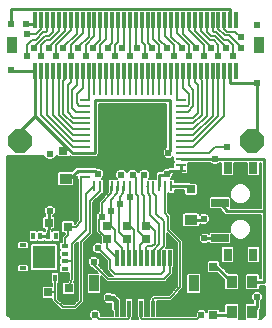
<source format=gtl>
G75*
%MOIN*%
%OFA0B0*%
%FSLAX24Y24*%
%IPPOS*%
%LPD*%
%AMOC8*
5,1,8,0,0,1.08239X$1,22.5*
%
%ADD10R,0.0768X0.0768*%
%ADD11R,0.0240X0.0120*%
%ADD12R,0.0120X0.0240*%
%ADD13R,0.0354X0.0098*%
%ADD14R,0.0098X0.0354*%
%ADD15R,0.1890X0.1890*%
%ADD16R,0.0300X0.0270*%
%ADD17R,0.0270X0.0300*%
%ADD18R,0.0420X0.0350*%
%ADD19R,0.0350X0.0420*%
%ADD20R,0.0118X0.0531*%
%ADD21R,0.0335X0.0551*%
%ADD22R,0.0591X0.0276*%
%ADD23R,0.0315X0.0394*%
%ADD24C,0.0100*%
%ADD25C,0.0240*%
%ADD26OC8,0.0768*%
%ADD27C,0.0050*%
%ADD28C,0.0160*%
%ADD29C,0.0060*%
D10*
X001605Y002430D03*
D11*
X000906Y002312D03*
X000906Y002056D03*
X000906Y002568D03*
X000906Y002824D03*
X002304Y002804D03*
X002304Y002548D03*
X002304Y002292D03*
X002304Y002036D03*
D12*
X001979Y001731D03*
X001723Y001731D03*
X001467Y001731D03*
X001211Y001731D03*
X001231Y003129D03*
X001487Y003129D03*
X001743Y003129D03*
X001999Y003129D03*
D13*
X002971Y005115D03*
X002971Y005312D03*
X002971Y005509D03*
X002971Y005706D03*
X002971Y005903D03*
X002971Y006099D03*
X002971Y006296D03*
X002971Y006493D03*
X002971Y006690D03*
X002971Y006887D03*
X002971Y007084D03*
X002971Y007281D03*
X002971Y007477D03*
X002971Y007674D03*
X006160Y007674D03*
X006160Y007477D03*
X006160Y007281D03*
X006160Y007084D03*
X006160Y006887D03*
X006160Y006690D03*
X006160Y006493D03*
X006160Y006296D03*
X006160Y006099D03*
X006160Y005903D03*
X006160Y005706D03*
X006160Y005509D03*
X006160Y005312D03*
X006160Y005115D03*
D14*
X005845Y004800D03*
X005648Y004800D03*
X005451Y004800D03*
X005254Y004800D03*
X005057Y004800D03*
X004861Y004800D03*
X004664Y004800D03*
X004467Y004800D03*
X004270Y004800D03*
X004073Y004800D03*
X003876Y004800D03*
X003679Y004800D03*
X003483Y004800D03*
X003286Y004800D03*
X003286Y007989D03*
X003483Y007989D03*
X003679Y007989D03*
X003876Y007989D03*
X004073Y007989D03*
X004270Y007989D03*
X004467Y007989D03*
X004664Y007989D03*
X004861Y007989D03*
X005057Y007989D03*
X005254Y007989D03*
X005451Y007989D03*
X005648Y007989D03*
X005845Y007989D03*
D15*
X004565Y006395D03*
D16*
X006505Y004690D03*
X006505Y004270D03*
X005018Y003465D03*
X005018Y003045D03*
X004368Y003045D03*
X004368Y003465D03*
X003718Y003465D03*
X003718Y003045D03*
X002405Y003445D03*
X002405Y003865D03*
X002255Y005545D03*
X002255Y005965D03*
X002430Y001390D03*
X002430Y000970D03*
X007255Y000915D03*
X007255Y000495D03*
X007255Y001695D03*
X007255Y002115D03*
D17*
X001740Y001255D03*
X001320Y001255D03*
X001345Y003580D03*
X001765Y003580D03*
D18*
X002330Y004365D03*
X002330Y005045D03*
X006505Y003670D03*
X006505Y002990D03*
D19*
X007865Y001605D03*
X008545Y001605D03*
X008545Y000605D03*
X007865Y000605D03*
D20*
X005818Y000718D03*
X005621Y000718D03*
X005424Y000718D03*
X005227Y000718D03*
X005030Y000718D03*
X004833Y000718D03*
X004636Y000718D03*
X004440Y000718D03*
X004243Y000718D03*
X004046Y000718D03*
X004046Y002392D03*
X004243Y002392D03*
X004440Y002392D03*
X004636Y002392D03*
X004833Y002392D03*
X005030Y002392D03*
X005227Y002392D03*
X005424Y002392D03*
X005621Y002392D03*
X005818Y002392D03*
X005845Y008651D03*
X006042Y008651D03*
X006238Y008651D03*
X006435Y008651D03*
X006632Y008651D03*
X006829Y008651D03*
X007026Y008651D03*
X007223Y008651D03*
X007420Y008651D03*
X007616Y008651D03*
X007813Y008651D03*
X008010Y008651D03*
X008010Y010325D03*
X007813Y010325D03*
X007616Y010325D03*
X007420Y010325D03*
X007223Y010325D03*
X007026Y010325D03*
X006829Y010325D03*
X006632Y010325D03*
X006435Y010325D03*
X006238Y010325D03*
X006042Y010325D03*
X005845Y010325D03*
X005648Y010325D03*
X005451Y010325D03*
X005254Y010325D03*
X005057Y010325D03*
X004860Y010325D03*
X004664Y010325D03*
X004467Y010325D03*
X004270Y010325D03*
X004073Y010325D03*
X003876Y010325D03*
X003679Y010325D03*
X003483Y010325D03*
X003286Y010325D03*
X003089Y010325D03*
X002892Y010325D03*
X002695Y010325D03*
X002498Y010325D03*
X002301Y010325D03*
X002105Y010325D03*
X001908Y010325D03*
X001711Y010325D03*
X001514Y010325D03*
X001317Y010325D03*
X001317Y008651D03*
X001514Y008651D03*
X001711Y008651D03*
X001908Y008651D03*
X002105Y008651D03*
X002301Y008651D03*
X002498Y008651D03*
X002695Y008651D03*
X002892Y008651D03*
X003089Y008651D03*
X003286Y008651D03*
X003483Y008651D03*
X003679Y008651D03*
X003876Y008651D03*
X004073Y008651D03*
X004270Y008651D03*
X004467Y008651D03*
X004664Y008651D03*
X004860Y008651D03*
X005057Y008651D03*
X005254Y008651D03*
X005451Y008651D03*
X005648Y008651D03*
D21*
X008788Y009488D03*
X006595Y001555D03*
X003268Y001555D03*
X000540Y009488D03*
D22*
X007466Y004841D03*
X007466Y004250D03*
X007466Y003069D03*
D23*
X007722Y002518D03*
X008588Y002518D03*
X008588Y005392D03*
X007722Y005392D03*
D24*
X007304Y005705D02*
X008955Y005705D01*
X008955Y003955D01*
X008955Y001605D01*
X008545Y001605D01*
X008705Y001105D02*
X008705Y000765D01*
X008545Y000605D01*
X007865Y000605D02*
X007755Y000495D01*
X007255Y000495D01*
X007255Y000915D02*
X007255Y001305D01*
X007865Y001605D02*
X007355Y002115D01*
X007255Y002115D01*
X007452Y003055D02*
X006955Y003055D01*
X007452Y003055D02*
X007466Y003069D01*
X006895Y003670D02*
X006930Y003705D01*
X006895Y003670D02*
X006505Y003670D01*
X006505Y004690D02*
X006503Y004709D01*
X006498Y004728D01*
X006490Y004745D01*
X006479Y004761D01*
X006466Y004774D01*
X006450Y004785D01*
X006433Y004793D01*
X006414Y004798D01*
X006395Y004800D01*
X005845Y004800D01*
X005679Y005179D02*
X005705Y005205D01*
X005812Y005312D01*
X006160Y005312D01*
X006160Y005509D01*
X006156Y005505D01*
X006160Y005706D02*
X007304Y005706D01*
X007466Y004250D02*
X007705Y003955D01*
X008955Y003955D01*
X008555Y006305D02*
X008705Y006455D01*
X008705Y008229D01*
X008712Y008229D01*
X008705Y008229D02*
X007811Y008229D01*
X007811Y008651D01*
X007813Y008651D01*
X007813Y010325D02*
X007813Y010709D01*
X000505Y010709D01*
X000505Y010205D01*
X001020Y010217D02*
X001317Y010217D01*
X001317Y010325D01*
X001317Y008651D02*
X000555Y008651D01*
X000505Y008655D01*
X001317Y008651D02*
X001317Y007143D01*
X000805Y006631D01*
X000805Y006305D01*
X001317Y007143D02*
X002380Y006080D01*
X002265Y005965D01*
X002255Y005965D01*
X002380Y006080D02*
X002557Y005903D01*
X002971Y005903D01*
X002973Y005905D01*
X003305Y005905D01*
X003305Y007655D01*
X005805Y007655D01*
X005805Y005955D01*
X005755Y005905D01*
X005679Y005179D02*
X005451Y005179D01*
X005451Y004800D01*
X003405Y005205D02*
X003298Y005312D01*
X002971Y005312D01*
X002722Y005312D01*
X002455Y005045D01*
X002330Y005045D01*
X002291Y005509D02*
X002971Y005509D01*
X002971Y005706D01*
X002291Y005509D02*
X002255Y005545D01*
X002195Y005505D01*
X001805Y003980D02*
X001765Y003940D01*
X001765Y003580D01*
X001743Y003129D01*
X001487Y003129D01*
D25*
X000705Y003280D03*
X000705Y004205D03*
X001205Y004705D03*
X000705Y005205D03*
X001705Y005205D03*
X001805Y005855D03*
X001805Y003980D03*
X003268Y002280D03*
X003405Y002730D03*
X003543Y003780D03*
X003843Y003980D03*
X004143Y004205D03*
X004468Y004430D03*
X004568Y005180D03*
X004943Y005180D03*
X005705Y005205D03*
X005755Y005905D03*
X007305Y005705D03*
X007230Y005305D03*
X007705Y006105D03*
X008705Y004605D03*
X008705Y003605D03*
X007505Y003605D03*
X006955Y003055D03*
X006855Y002630D03*
X006930Y003705D03*
X005455Y001380D03*
X006355Y000930D03*
X006855Y000505D03*
X008705Y001105D03*
X004455Y001380D03*
X003755Y001080D03*
X003305Y000505D03*
X002780Y000605D03*
X001705Y000605D03*
X000705Y000605D03*
X000705Y001605D03*
X003405Y005205D03*
X004180Y005180D03*
X003975Y009140D03*
X004221Y009411D03*
X004467Y009140D03*
X004713Y009411D03*
X004959Y009140D03*
X005205Y009411D03*
X005451Y009140D03*
X005697Y009411D03*
X005943Y009140D03*
X006189Y009411D03*
X006435Y009140D03*
X006681Y009411D03*
X006927Y009140D03*
X007174Y009411D03*
X007420Y009140D03*
X007666Y009411D03*
X007912Y009140D03*
X008158Y009411D03*
X008158Y009780D03*
X008712Y010177D03*
X008705Y008229D03*
X003729Y009411D03*
X003483Y009140D03*
X003236Y009411D03*
X002990Y009140D03*
X002744Y009411D03*
X002498Y009140D03*
X002252Y009411D03*
X002006Y009140D03*
X001760Y009411D03*
X001514Y009140D03*
X001268Y009411D03*
X001022Y009140D03*
X000505Y008655D03*
X001032Y009864D03*
X001020Y010217D03*
X000505Y010205D03*
D26*
X000805Y006305D03*
X008555Y006305D03*
D27*
X003112Y000423D02*
X000460Y000423D01*
X000411Y000471D02*
X003110Y000471D01*
X003110Y000424D02*
X003179Y000355D01*
X000527Y000355D01*
X000380Y000502D01*
X000380Y005805D01*
X001610Y005805D01*
X001610Y005774D01*
X001724Y005660D01*
X001886Y005660D01*
X002000Y005774D01*
X002000Y005805D01*
X002030Y005805D01*
X002030Y005799D01*
X002074Y005755D01*
X002436Y005755D01*
X002480Y005799D01*
X002480Y005803D01*
X002506Y005778D01*
X003023Y005778D01*
X003179Y005778D01*
X003181Y005780D01*
X003357Y005780D01*
X003382Y005805D01*
X003405Y005805D01*
X003405Y005828D01*
X003430Y005853D01*
X003430Y007530D01*
X005680Y007530D01*
X005680Y006100D01*
X005674Y006100D01*
X005560Y005986D01*
X005560Y005824D01*
X005674Y005710D01*
X005836Y005710D01*
X005908Y005782D01*
X005908Y005626D01*
X005926Y005607D01*
X005908Y005589D01*
X005908Y005437D01*
X005760Y005437D01*
X005723Y005400D01*
X005624Y005400D01*
X005528Y005304D01*
X005399Y005304D01*
X005326Y005230D01*
X005326Y005052D01*
X005174Y005052D01*
X005156Y005034D01*
X005138Y005052D01*
X005091Y005052D01*
X005137Y005099D01*
X005137Y005261D01*
X005023Y005375D01*
X004862Y005375D01*
X004755Y005268D01*
X004648Y005375D01*
X004487Y005375D01*
X004374Y005262D01*
X004261Y005375D01*
X004099Y005375D01*
X003985Y005261D01*
X003985Y005099D01*
X004032Y005052D01*
X003993Y005052D01*
X003975Y005034D01*
X003957Y005052D01*
X003796Y005052D01*
X003752Y005009D01*
X003752Y004593D01*
X003501Y004342D01*
X003443Y004284D01*
X003443Y003956D01*
X003348Y003861D01*
X003348Y003699D01*
X003355Y003692D01*
X003355Y003266D01*
X003414Y003208D01*
X003493Y003129D01*
X003493Y002918D01*
X003486Y002925D01*
X003324Y002925D01*
X003210Y002811D01*
X003210Y002649D01*
X003324Y002535D01*
X003459Y002535D01*
X003705Y002289D01*
X003705Y001989D01*
X003880Y001814D01*
X003889Y001805D01*
X003784Y001805D01*
X003426Y002163D01*
X003462Y002199D01*
X003462Y002361D01*
X003348Y002475D01*
X003187Y002475D01*
X003073Y002361D01*
X003073Y002199D01*
X003187Y002085D01*
X003221Y002085D01*
X003400Y001906D01*
X003070Y001906D01*
X003026Y001862D01*
X003026Y001248D01*
X003070Y001204D01*
X003467Y001204D01*
X003511Y001248D01*
X003511Y001795D01*
X003701Y001605D01*
X005659Y001605D01*
X005717Y001664D01*
X005917Y001864D01*
X005917Y002061D01*
X005952Y002095D01*
X005952Y002688D01*
X005908Y002732D01*
X005727Y002732D01*
X005719Y002724D01*
X005711Y002732D01*
X005661Y002732D01*
X005692Y002764D01*
X005692Y003251D01*
X005714Y003230D01*
X006055Y002889D01*
X006055Y001471D01*
X005764Y001180D01*
X005239Y001180D01*
X005180Y001121D01*
X005127Y001068D01*
X005127Y001049D01*
X005093Y001015D01*
X005093Y000455D01*
X004967Y000455D01*
X004967Y001015D01*
X004923Y001059D01*
X004743Y001059D01*
X004699Y001015D01*
X004699Y000422D01*
X004733Y000388D01*
X004733Y000367D01*
X004745Y000355D01*
X004538Y000355D01*
X004540Y000356D01*
X004540Y000388D01*
X004574Y000422D01*
X004574Y001015D01*
X004530Y001059D01*
X004349Y001059D01*
X004305Y001015D01*
X004305Y000455D01*
X004180Y000455D01*
X004180Y001015D01*
X004160Y001035D01*
X004160Y001044D01*
X003969Y001235D01*
X003876Y001235D01*
X003836Y001275D01*
X003674Y001275D01*
X003560Y001161D01*
X003560Y000999D01*
X003674Y000885D01*
X003836Y000885D01*
X003850Y000899D01*
X003850Y000666D01*
X003912Y000604D01*
X003912Y000455D01*
X003500Y000455D01*
X003500Y000586D01*
X003386Y000700D01*
X003224Y000700D01*
X003110Y000586D01*
X003110Y000424D01*
X003160Y000374D02*
X000508Y000374D01*
X000380Y000520D02*
X003110Y000520D01*
X003110Y000568D02*
X000380Y000568D01*
X000380Y000617D02*
X003141Y000617D01*
X003189Y000665D02*
X002681Y000665D01*
X002671Y000655D02*
X002955Y000939D01*
X002955Y002889D01*
X003255Y003189D01*
X003255Y004264D01*
X003540Y004548D01*
X003563Y004548D01*
X003607Y004592D01*
X003607Y005009D01*
X003563Y005052D01*
X003528Y005052D01*
X003600Y005124D01*
X003600Y005286D01*
X003486Y005400D01*
X003387Y005400D01*
X003350Y005437D01*
X002670Y005437D01*
X002597Y005364D01*
X002528Y005295D01*
X002089Y005295D01*
X002045Y005251D01*
X002045Y004839D01*
X002089Y004795D01*
X002571Y004795D01*
X002615Y004839D01*
X002615Y005028D01*
X002719Y005132D01*
X002719Y005035D01*
X002755Y004999D01*
X002755Y003661D01*
X002639Y003545D01*
X002630Y003545D01*
X002630Y003611D01*
X002586Y003655D01*
X002224Y003655D01*
X002180Y003611D01*
X002180Y003279D01*
X002224Y003235D01*
X002305Y003235D01*
X002305Y003211D01*
X002204Y003110D01*
X002204Y002939D01*
X002153Y002939D01*
X002109Y002895D01*
X002109Y002713D01*
X002146Y002676D01*
X002109Y002639D01*
X002109Y002457D01*
X002146Y002420D01*
X002109Y002383D01*
X002109Y002201D01*
X002146Y002164D01*
X002109Y002127D01*
X002109Y001945D01*
X002153Y001901D01*
X002455Y001901D01*
X002455Y001901D01*
X002455Y001757D01*
X002399Y001600D01*
X002249Y001600D01*
X002205Y001556D01*
X002205Y001224D01*
X002249Y001180D01*
X002611Y001180D01*
X002655Y001224D01*
X002655Y001556D01*
X002611Y001600D01*
X002642Y001685D01*
X002655Y001699D01*
X002655Y001723D01*
X002663Y001745D01*
X002655Y001762D01*
X002655Y002839D01*
X002755Y002939D01*
X002755Y001021D01*
X002589Y000855D01*
X002271Y000855D01*
X002079Y001047D01*
X002079Y001545D01*
X002114Y001580D01*
X002114Y001882D01*
X002070Y001926D01*
X001888Y001926D01*
X001844Y001882D01*
X001844Y001580D01*
X001879Y001545D01*
X001879Y001480D01*
X001574Y001480D01*
X001530Y001436D01*
X001530Y001074D01*
X001574Y001030D01*
X001879Y001030D01*
X001879Y000965D01*
X002130Y000714D01*
X002189Y000655D01*
X002671Y000655D01*
X002730Y000714D02*
X003850Y000714D01*
X003850Y000762D02*
X002778Y000762D01*
X002827Y000811D02*
X003850Y000811D01*
X003850Y000859D02*
X002875Y000859D01*
X002924Y000908D02*
X003652Y000908D01*
X003603Y000956D02*
X002955Y000956D01*
X002955Y001005D02*
X003560Y001005D01*
X003560Y001053D02*
X002955Y001053D01*
X002955Y001102D02*
X003560Y001102D01*
X003560Y001150D02*
X002955Y001150D01*
X002955Y001199D02*
X003598Y001199D01*
X003646Y001247D02*
X003509Y001247D01*
X003511Y001296D02*
X005879Y001296D01*
X005928Y001344D02*
X003511Y001344D01*
X003511Y001393D02*
X005976Y001393D01*
X006025Y001441D02*
X003511Y001441D01*
X003511Y001490D02*
X006055Y001490D01*
X006055Y001538D02*
X003511Y001538D01*
X003511Y001587D02*
X006055Y001587D01*
X006055Y001635D02*
X005689Y001635D01*
X005737Y001684D02*
X006055Y001684D01*
X006055Y001732D02*
X005786Y001732D01*
X005834Y001781D02*
X006055Y001781D01*
X006055Y001829D02*
X005883Y001829D01*
X005917Y001878D02*
X006055Y001878D01*
X006055Y001926D02*
X005917Y001926D01*
X005917Y001975D02*
X006055Y001975D01*
X006055Y002023D02*
X005917Y002023D01*
X005928Y002072D02*
X006055Y002072D01*
X006055Y002120D02*
X005952Y002120D01*
X005952Y002169D02*
X006055Y002169D01*
X006055Y002217D02*
X005952Y002217D01*
X005952Y002266D02*
X006055Y002266D01*
X006055Y002314D02*
X005952Y002314D01*
X005952Y002363D02*
X006055Y002363D01*
X006055Y002411D02*
X005952Y002411D01*
X005952Y002460D02*
X006055Y002460D01*
X006055Y002508D02*
X005952Y002508D01*
X005952Y002557D02*
X006055Y002557D01*
X006055Y002605D02*
X005952Y002605D01*
X005952Y002654D02*
X006055Y002654D01*
X006055Y002702D02*
X005938Y002702D01*
X006055Y002751D02*
X005679Y002751D01*
X005692Y002799D02*
X006055Y002799D01*
X006055Y002848D02*
X005692Y002848D01*
X005692Y002896D02*
X006048Y002896D01*
X005999Y002945D02*
X005692Y002945D01*
X005692Y002993D02*
X005951Y002993D01*
X005902Y003042D02*
X005692Y003042D01*
X005692Y003090D02*
X005854Y003090D01*
X005805Y003139D02*
X005692Y003139D01*
X005692Y003187D02*
X005757Y003187D01*
X005708Y003236D02*
X005692Y003236D01*
X005755Y003330D02*
X005755Y003780D01*
X005648Y003887D01*
X005648Y004800D01*
X005748Y004565D02*
X005764Y004548D01*
X005925Y004548D01*
X005969Y004592D01*
X005969Y004675D01*
X006280Y004675D01*
X006280Y004524D01*
X006324Y004480D01*
X006686Y004480D01*
X006730Y004524D01*
X006730Y004856D01*
X006686Y004900D01*
X006502Y004900D01*
X006458Y004925D01*
X005969Y004925D01*
X005969Y005009D01*
X005925Y005052D01*
X005828Y005052D01*
X005900Y005124D01*
X005900Y005187D01*
X006212Y005187D01*
X006212Y005188D01*
X006368Y005188D01*
X006412Y005232D01*
X006412Y005392D01*
X006394Y005411D01*
X006412Y005429D01*
X006412Y005581D01*
X007153Y005581D01*
X007224Y005510D01*
X007386Y005510D01*
X007456Y005580D01*
X007489Y005580D01*
X007489Y005164D01*
X007533Y005120D01*
X007910Y005120D01*
X007954Y005164D01*
X007954Y005580D01*
X008356Y005580D01*
X008356Y005164D01*
X008400Y005120D01*
X008777Y005120D01*
X008821Y005164D01*
X008821Y005580D01*
X008830Y005580D01*
X008830Y004080D01*
X007835Y004080D01*
X007836Y004081D01*
X007836Y004395D01*
X007856Y004346D01*
X007956Y004247D01*
X008085Y004193D01*
X008225Y004193D01*
X008354Y004247D01*
X008454Y004346D01*
X008507Y004476D01*
X008507Y004616D01*
X008454Y004745D01*
X008354Y004844D01*
X008225Y004898D01*
X008085Y004898D01*
X007956Y004844D01*
X007856Y004745D01*
X007803Y004616D01*
X007803Y004476D01*
X007819Y004436D01*
X007792Y004463D01*
X007140Y004463D01*
X007096Y004419D01*
X007096Y004081D01*
X007140Y004037D01*
X007477Y004037D01*
X007580Y003911D01*
X007580Y003903D01*
X007612Y003871D01*
X007640Y003836D01*
X007648Y003835D01*
X007653Y003830D01*
X007698Y003830D01*
X007743Y003825D01*
X007749Y003830D01*
X008830Y003830D01*
X008830Y001730D01*
X008795Y001730D01*
X008795Y001846D01*
X008751Y001890D01*
X008339Y001890D01*
X008295Y001846D01*
X008295Y001364D01*
X008339Y001320D01*
X008751Y001320D01*
X008795Y001364D01*
X008795Y001480D01*
X008980Y001480D01*
X008980Y000502D01*
X008833Y000355D01*
X008786Y000355D01*
X008795Y000364D01*
X008795Y000678D01*
X008830Y000713D01*
X008830Y000954D01*
X008900Y001024D01*
X008900Y001186D01*
X008786Y001300D01*
X008624Y001300D01*
X008510Y001186D01*
X008510Y001024D01*
X008580Y000954D01*
X008580Y000890D01*
X008339Y000890D01*
X008295Y000846D01*
X008295Y000364D01*
X008304Y000355D01*
X008106Y000355D01*
X008115Y000364D01*
X008115Y000846D01*
X008071Y000890D01*
X007659Y000890D01*
X007615Y000846D01*
X007615Y000620D01*
X007480Y000620D01*
X007480Y000661D01*
X007436Y000705D01*
X007074Y000705D01*
X007030Y000661D01*
X007030Y000606D01*
X006936Y000700D01*
X006774Y000700D01*
X006660Y000586D01*
X006660Y000455D01*
X005361Y000455D01*
X005361Y000980D01*
X005846Y000980D01*
X005905Y001039D01*
X006255Y001389D01*
X006255Y002971D01*
X005855Y003371D01*
X005855Y003821D01*
X005748Y003929D01*
X005748Y004565D01*
X005748Y004545D02*
X006280Y004545D01*
X006280Y004594D02*
X005969Y004594D01*
X005969Y004642D02*
X006280Y004642D01*
X006307Y004497D02*
X005748Y004497D01*
X005748Y004448D02*
X007125Y004448D01*
X007096Y004400D02*
X005748Y004400D01*
X005748Y004351D02*
X007096Y004351D01*
X007096Y004303D02*
X005748Y004303D01*
X005748Y004254D02*
X007096Y004254D01*
X007096Y004206D02*
X005748Y004206D01*
X005748Y004157D02*
X007096Y004157D01*
X007096Y004109D02*
X005748Y004109D01*
X005748Y004060D02*
X007117Y004060D01*
X007011Y003900D02*
X006849Y003900D01*
X006790Y003841D01*
X006790Y003876D01*
X006746Y003920D01*
X006264Y003920D01*
X006220Y003876D01*
X006220Y003464D01*
X006264Y003420D01*
X006746Y003420D01*
X006790Y003464D01*
X006790Y003545D01*
X006814Y003545D01*
X006849Y003510D01*
X007011Y003510D01*
X007125Y003624D01*
X007125Y003786D01*
X007011Y003900D01*
X007045Y003866D02*
X007616Y003866D01*
X007577Y003915D02*
X006752Y003915D01*
X006790Y003866D02*
X006815Y003866D01*
X007093Y003818D02*
X008830Y003818D01*
X008830Y003769D02*
X007125Y003769D01*
X007125Y003721D02*
X008830Y003721D01*
X008830Y003672D02*
X008333Y003672D01*
X008354Y003663D02*
X008225Y003717D01*
X008085Y003717D01*
X007956Y003663D01*
X007856Y003564D01*
X007803Y003434D01*
X007803Y003294D01*
X007819Y003255D01*
X007792Y003282D01*
X007140Y003282D01*
X007096Y003238D01*
X007096Y003190D01*
X007036Y003250D01*
X006874Y003250D01*
X006760Y003136D01*
X006760Y002974D01*
X006874Y002860D01*
X007036Y002860D01*
X007096Y002920D01*
X007096Y002900D01*
X007140Y002856D01*
X007792Y002856D01*
X007836Y002900D01*
X007836Y003214D01*
X007856Y003165D01*
X007956Y003066D01*
X008085Y003012D01*
X008225Y003012D01*
X008354Y003066D01*
X008454Y003165D01*
X008507Y003294D01*
X008507Y003434D01*
X008454Y003564D01*
X008354Y003663D01*
X008394Y003624D02*
X008830Y003624D01*
X008830Y003575D02*
X008442Y003575D01*
X008469Y003527D02*
X008830Y003527D01*
X008830Y003478D02*
X008489Y003478D01*
X008507Y003430D02*
X008830Y003430D01*
X008830Y003381D02*
X008507Y003381D01*
X008507Y003333D02*
X008830Y003333D01*
X008830Y003284D02*
X008503Y003284D01*
X008483Y003236D02*
X008830Y003236D01*
X008830Y003187D02*
X008463Y003187D01*
X008427Y003139D02*
X008830Y003139D01*
X008830Y003090D02*
X008379Y003090D01*
X008296Y003042D02*
X008830Y003042D01*
X008830Y002993D02*
X007836Y002993D01*
X007836Y002945D02*
X008830Y002945D01*
X008830Y002896D02*
X007832Y002896D01*
X007910Y002790D02*
X007954Y002746D01*
X007954Y002290D01*
X007910Y002246D01*
X007533Y002246D01*
X007489Y002290D01*
X007489Y002746D01*
X007533Y002790D01*
X007910Y002790D01*
X007950Y002751D02*
X008360Y002751D01*
X008356Y002746D02*
X008356Y002290D01*
X008400Y002246D01*
X008777Y002246D01*
X008821Y002290D01*
X008821Y002746D01*
X008777Y002790D01*
X008400Y002790D01*
X008356Y002746D01*
X008356Y002702D02*
X007954Y002702D01*
X007954Y002654D02*
X008356Y002654D01*
X008356Y002605D02*
X007954Y002605D01*
X007954Y002557D02*
X008356Y002557D01*
X008356Y002508D02*
X007954Y002508D01*
X007954Y002460D02*
X008356Y002460D01*
X008356Y002411D02*
X007954Y002411D01*
X007954Y002363D02*
X008356Y002363D01*
X008356Y002314D02*
X007954Y002314D01*
X007930Y002266D02*
X008380Y002266D01*
X008326Y001878D02*
X008084Y001878D01*
X008071Y001890D02*
X008115Y001846D01*
X008115Y001364D01*
X008071Y001320D01*
X007659Y001320D01*
X007615Y001364D01*
X007615Y001678D01*
X007388Y001905D01*
X007074Y001905D01*
X007030Y001949D01*
X007030Y002281D01*
X007074Y002325D01*
X007436Y002325D01*
X007480Y002281D01*
X007480Y002167D01*
X007757Y001890D01*
X008071Y001890D01*
X008115Y001829D02*
X008295Y001829D01*
X008295Y001781D02*
X008115Y001781D01*
X008115Y001732D02*
X008295Y001732D01*
X008295Y001684D02*
X008115Y001684D01*
X008115Y001635D02*
X008295Y001635D01*
X008295Y001587D02*
X008115Y001587D01*
X008115Y001538D02*
X008295Y001538D01*
X008295Y001490D02*
X008115Y001490D01*
X008115Y001441D02*
X008295Y001441D01*
X008295Y001393D02*
X008115Y001393D01*
X008095Y001344D02*
X008315Y001344D01*
X008523Y001199D02*
X006065Y001199D01*
X006113Y001247D02*
X006354Y001247D01*
X006353Y001248D02*
X006397Y001204D01*
X006793Y001204D01*
X006837Y001248D01*
X006837Y001862D01*
X006793Y001906D01*
X006397Y001906D01*
X006353Y001862D01*
X006353Y001248D01*
X006353Y001296D02*
X006162Y001296D01*
X006210Y001344D02*
X006353Y001344D01*
X006353Y001393D02*
X006255Y001393D01*
X006255Y001441D02*
X006353Y001441D01*
X006353Y001490D02*
X006255Y001490D01*
X006255Y001538D02*
X006353Y001538D01*
X006353Y001587D02*
X006255Y001587D01*
X006255Y001635D02*
X006353Y001635D01*
X006353Y001684D02*
X006255Y001684D01*
X006255Y001732D02*
X006353Y001732D01*
X006353Y001781D02*
X006255Y001781D01*
X006255Y001829D02*
X006353Y001829D01*
X006369Y001878D02*
X006255Y001878D01*
X006255Y001926D02*
X007053Y001926D01*
X007030Y001975D02*
X006255Y001975D01*
X006255Y002023D02*
X007030Y002023D01*
X007030Y002072D02*
X006255Y002072D01*
X006255Y002120D02*
X007030Y002120D01*
X007030Y002169D02*
X006255Y002169D01*
X006255Y002217D02*
X007030Y002217D01*
X007030Y002266D02*
X006255Y002266D01*
X006255Y002314D02*
X007063Y002314D01*
X007447Y002314D02*
X007489Y002314D01*
X007489Y002363D02*
X006255Y002363D01*
X006255Y002411D02*
X007489Y002411D01*
X007489Y002460D02*
X006255Y002460D01*
X006255Y002508D02*
X007489Y002508D01*
X007489Y002557D02*
X006255Y002557D01*
X006255Y002605D02*
X007489Y002605D01*
X007489Y002654D02*
X006255Y002654D01*
X006255Y002702D02*
X007489Y002702D01*
X007494Y002751D02*
X006255Y002751D01*
X006255Y002799D02*
X008830Y002799D01*
X008830Y002751D02*
X008816Y002751D01*
X008821Y002702D02*
X008830Y002702D01*
X008821Y002654D02*
X008830Y002654D01*
X008821Y002605D02*
X008830Y002605D01*
X008821Y002557D02*
X008830Y002557D01*
X008821Y002508D02*
X008830Y002508D01*
X008821Y002460D02*
X008830Y002460D01*
X008821Y002411D02*
X008830Y002411D01*
X008821Y002363D02*
X008830Y002363D01*
X008821Y002314D02*
X008830Y002314D01*
X008830Y002266D02*
X008796Y002266D01*
X008830Y002217D02*
X007480Y002217D01*
X007480Y002169D02*
X008830Y002169D01*
X008830Y002120D02*
X007527Y002120D01*
X007575Y002072D02*
X008830Y002072D01*
X008830Y002023D02*
X007624Y002023D01*
X007672Y001975D02*
X008830Y001975D01*
X008830Y001926D02*
X007721Y001926D01*
X007561Y001732D02*
X006837Y001732D01*
X006837Y001684D02*
X007610Y001684D01*
X007615Y001635D02*
X006837Y001635D01*
X006837Y001587D02*
X007615Y001587D01*
X007615Y001538D02*
X006837Y001538D01*
X006837Y001490D02*
X007615Y001490D01*
X007615Y001441D02*
X006837Y001441D01*
X006837Y001393D02*
X007615Y001393D01*
X007635Y001344D02*
X006837Y001344D01*
X006837Y001296D02*
X008620Y001296D01*
X008571Y001247D02*
X006836Y001247D01*
X006837Y001781D02*
X007513Y001781D01*
X007464Y001829D02*
X006837Y001829D01*
X006822Y001878D02*
X007416Y001878D01*
X007480Y002266D02*
X007514Y002266D01*
X007100Y002896D02*
X007072Y002896D01*
X006838Y002896D02*
X006255Y002896D01*
X006255Y002848D02*
X008830Y002848D01*
X008014Y003042D02*
X007836Y003042D01*
X007836Y003090D02*
X007931Y003090D01*
X007883Y003139D02*
X007836Y003139D01*
X007836Y003187D02*
X007847Y003187D01*
X007807Y003284D02*
X005942Y003284D01*
X005894Y003333D02*
X007803Y003333D01*
X007803Y003381D02*
X005855Y003381D01*
X005855Y003430D02*
X006254Y003430D01*
X006220Y003478D02*
X005855Y003478D01*
X005855Y003527D02*
X006220Y003527D01*
X006220Y003575D02*
X005855Y003575D01*
X005855Y003624D02*
X006220Y003624D01*
X006220Y003672D02*
X005855Y003672D01*
X005855Y003721D02*
X006220Y003721D01*
X006220Y003769D02*
X005855Y003769D01*
X005855Y003818D02*
X006220Y003818D01*
X006220Y003866D02*
X005810Y003866D01*
X005762Y003915D02*
X006258Y003915D01*
X005748Y003963D02*
X007538Y003963D01*
X007498Y004012D02*
X005748Y004012D01*
X005593Y003643D02*
X005593Y002805D01*
X005424Y002636D01*
X005424Y002392D01*
X005621Y002392D02*
X005621Y001958D01*
X005518Y001855D01*
X003980Y001855D01*
X003805Y002030D01*
X003805Y002330D01*
X003405Y002730D01*
X003254Y002605D02*
X002955Y002605D01*
X002955Y002557D02*
X003303Y002557D01*
X003364Y002460D02*
X003534Y002460D01*
X003486Y002508D02*
X002955Y002508D01*
X002955Y002460D02*
X003171Y002460D01*
X003123Y002411D02*
X002955Y002411D01*
X002955Y002363D02*
X003074Y002363D01*
X003073Y002314D02*
X002955Y002314D01*
X002955Y002266D02*
X003073Y002266D01*
X003073Y002217D02*
X002955Y002217D01*
X002955Y002169D02*
X003103Y002169D01*
X003152Y002120D02*
X002955Y002120D01*
X002955Y002072D02*
X003235Y002072D01*
X003283Y002023D02*
X002955Y002023D01*
X002955Y001975D02*
X003332Y001975D01*
X003380Y001926D02*
X002955Y001926D01*
X002955Y001878D02*
X003042Y001878D01*
X003026Y001829D02*
X002955Y001829D01*
X002955Y001781D02*
X003026Y001781D01*
X003026Y001732D02*
X002955Y001732D01*
X002955Y001684D02*
X003026Y001684D01*
X003026Y001635D02*
X002955Y001635D01*
X002955Y001587D02*
X003026Y001587D01*
X003026Y001538D02*
X002955Y001538D01*
X002955Y001490D02*
X003026Y001490D01*
X003026Y001441D02*
X002955Y001441D01*
X002955Y001393D02*
X003026Y001393D01*
X003026Y001344D02*
X002955Y001344D01*
X002955Y001296D02*
X003026Y001296D01*
X003027Y001247D02*
X002955Y001247D01*
X002755Y001247D02*
X002655Y001247D01*
X002655Y001296D02*
X002755Y001296D01*
X002755Y001344D02*
X002655Y001344D01*
X002655Y001393D02*
X002755Y001393D01*
X002755Y001441D02*
X002655Y001441D01*
X002655Y001490D02*
X002755Y001490D01*
X002755Y001538D02*
X002655Y001538D01*
X002625Y001587D02*
X002755Y001587D01*
X002755Y001635D02*
X002624Y001635D01*
X002641Y001684D02*
X002755Y001684D01*
X002755Y001732D02*
X002658Y001732D01*
X002655Y001781D02*
X002755Y001781D01*
X002755Y001829D02*
X002655Y001829D01*
X002655Y001878D02*
X002755Y001878D01*
X002755Y001926D02*
X002655Y001926D01*
X002655Y001975D02*
X002755Y001975D01*
X002755Y002023D02*
X002655Y002023D01*
X002655Y002072D02*
X002755Y002072D01*
X002755Y002120D02*
X002655Y002120D01*
X002655Y002169D02*
X002755Y002169D01*
X002755Y002217D02*
X002655Y002217D01*
X002655Y002266D02*
X002755Y002266D01*
X002755Y002314D02*
X002655Y002314D01*
X002655Y002363D02*
X002755Y002363D01*
X002755Y002411D02*
X002655Y002411D01*
X002655Y002460D02*
X002755Y002460D01*
X002755Y002508D02*
X002655Y002508D01*
X002655Y002557D02*
X002755Y002557D01*
X002755Y002605D02*
X002655Y002605D01*
X002655Y002654D02*
X002755Y002654D01*
X002755Y002702D02*
X002655Y002702D01*
X002655Y002751D02*
X002755Y002751D01*
X002755Y002799D02*
X002655Y002799D01*
X002664Y002848D02*
X002755Y002848D01*
X002755Y002896D02*
X002712Y002896D01*
X002855Y002930D02*
X003155Y003230D01*
X003155Y004305D01*
X003483Y004633D01*
X003483Y004800D01*
X003607Y004788D02*
X003752Y004788D01*
X003752Y004836D02*
X003607Y004836D01*
X003607Y004885D02*
X003752Y004885D01*
X003752Y004933D02*
X003607Y004933D01*
X003607Y004982D02*
X003752Y004982D01*
X003774Y005030D02*
X003585Y005030D01*
X003554Y005079D02*
X004006Y005079D01*
X003985Y005127D02*
X003600Y005127D01*
X003600Y005176D02*
X003985Y005176D01*
X003985Y005224D02*
X003600Y005224D01*
X003600Y005273D02*
X003997Y005273D01*
X004045Y005321D02*
X003565Y005321D01*
X003516Y005370D02*
X004094Y005370D01*
X004266Y005370D02*
X004481Y005370D01*
X004433Y005321D02*
X004315Y005321D01*
X004363Y005273D02*
X004384Y005273D01*
X004568Y005180D02*
X004664Y005084D01*
X004664Y004800D01*
X004664Y004546D01*
X004755Y004455D01*
X004755Y003293D01*
X005003Y003045D01*
X005018Y003045D02*
X004818Y002845D01*
X004818Y002357D01*
X005018Y002354D02*
X005018Y002755D01*
X005068Y002805D01*
X005218Y002805D01*
X005293Y002880D01*
X005293Y003305D01*
X005133Y003465D01*
X004955Y003528D02*
X004955Y004455D01*
X004861Y004549D01*
X004861Y004800D01*
X004861Y005098D01*
X004943Y005180D01*
X005117Y005079D02*
X005326Y005079D01*
X005326Y005127D02*
X005137Y005127D01*
X005137Y005176D02*
X005326Y005176D01*
X005326Y005224D02*
X005137Y005224D01*
X005126Y005273D02*
X005368Y005273D01*
X005545Y005321D02*
X005077Y005321D01*
X005029Y005370D02*
X005594Y005370D01*
X005741Y005418D02*
X003369Y005418D01*
X003405Y005806D02*
X005578Y005806D01*
X005560Y005855D02*
X003430Y005855D01*
X003430Y005903D02*
X005560Y005903D01*
X005560Y005952D02*
X003430Y005952D01*
X003430Y006000D02*
X005574Y006000D01*
X005623Y006049D02*
X003430Y006049D01*
X003430Y006097D02*
X005671Y006097D01*
X005680Y006146D02*
X003430Y006146D01*
X003430Y006194D02*
X005680Y006194D01*
X005680Y006243D02*
X003430Y006243D01*
X003430Y006291D02*
X005680Y006291D01*
X005680Y006340D02*
X003430Y006340D01*
X003430Y006388D02*
X005680Y006388D01*
X005680Y006437D02*
X003430Y006437D01*
X003430Y006485D02*
X005680Y006485D01*
X005680Y006534D02*
X003430Y006534D01*
X003430Y006582D02*
X005680Y006582D01*
X005680Y006631D02*
X003430Y006631D01*
X003430Y006679D02*
X005680Y006679D01*
X005680Y006728D02*
X003430Y006728D01*
X003430Y006776D02*
X005680Y006776D01*
X005680Y006825D02*
X003430Y006825D01*
X003430Y006873D02*
X005680Y006873D01*
X005680Y006922D02*
X003430Y006922D01*
X003430Y006970D02*
X005680Y006970D01*
X005680Y007019D02*
X003430Y007019D01*
X003430Y007067D02*
X005680Y007067D01*
X005680Y007116D02*
X003430Y007116D01*
X003430Y007164D02*
X005680Y007164D01*
X005680Y007213D02*
X003430Y007213D01*
X003430Y007261D02*
X005680Y007261D01*
X005680Y007310D02*
X003430Y007310D01*
X003430Y007358D02*
X005680Y007358D01*
X005680Y007407D02*
X003430Y007407D01*
X003430Y007455D02*
X005680Y007455D01*
X005680Y007504D02*
X003430Y007504D01*
X003089Y007674D02*
X003089Y008651D01*
X003286Y008651D02*
X003286Y007989D01*
X003483Y007989D02*
X003483Y008651D01*
X003679Y008651D02*
X003679Y007989D01*
X003876Y007989D02*
X003876Y008651D01*
X004073Y008651D02*
X004073Y007989D01*
X004270Y007989D02*
X004270Y008651D01*
X004467Y008651D02*
X004467Y008351D01*
X004467Y007989D01*
X004664Y007989D02*
X004664Y008651D01*
X004861Y008651D02*
X004861Y007989D01*
X005057Y007989D02*
X005057Y008651D01*
X005254Y008651D02*
X005254Y008226D01*
X005254Y007989D01*
X005451Y007989D02*
X005451Y008651D01*
X005648Y008651D02*
X005648Y007989D01*
X005845Y007989D02*
X005845Y008651D01*
X006042Y008651D02*
X006042Y007674D01*
X006160Y007477D02*
X006390Y007477D01*
X006453Y007540D01*
X006453Y007854D01*
X006238Y008068D01*
X006238Y008651D01*
X006435Y008651D02*
X006435Y008166D01*
X006583Y008019D01*
X006583Y007474D01*
X006390Y007281D01*
X006160Y007281D01*
X006160Y007084D02*
X006587Y007084D01*
X006731Y007227D01*
X006731Y008166D01*
X006632Y008265D01*
X006829Y008363D02*
X006829Y008651D01*
X007026Y008651D02*
X007026Y007129D01*
X006587Y006690D01*
X006160Y006690D01*
X006160Y006493D02*
X006587Y006493D01*
X007223Y007129D01*
X007223Y008651D01*
X007420Y008651D02*
X007420Y007129D01*
X006587Y006296D01*
X006160Y006296D01*
X006160Y006099D02*
X006587Y006099D01*
X007616Y007129D01*
X007616Y008651D01*
X007420Y009140D02*
X007420Y009510D01*
X007272Y009657D01*
X007149Y009657D01*
X006829Y009977D01*
X006829Y010325D01*
X007026Y010325D02*
X007026Y009952D01*
X007174Y009805D01*
X007297Y009805D01*
X007666Y009436D01*
X007666Y009411D01*
X007912Y009510D02*
X007739Y009682D01*
X007592Y009682D01*
X007346Y009928D01*
X007272Y009928D01*
X007223Y009977D01*
X007223Y010325D01*
X007420Y010325D02*
X007420Y010041D01*
X007631Y009829D01*
X007764Y009829D01*
X008158Y009436D01*
X008158Y009411D01*
X007912Y009510D02*
X007912Y009140D01*
X008158Y009780D02*
X007986Y009952D01*
X007690Y009952D01*
X007616Y010026D01*
X007616Y010325D01*
X007174Y009436D02*
X007174Y009411D01*
X007174Y009436D02*
X006632Y009977D01*
X006632Y010325D01*
X006435Y010325D02*
X006435Y010002D01*
X006927Y009510D01*
X006927Y009140D01*
X006681Y009411D02*
X006681Y009436D01*
X006238Y009879D01*
X006238Y010325D01*
X006042Y010325D02*
X006042Y009903D01*
X006435Y009510D01*
X006435Y009140D01*
X006189Y009411D02*
X006189Y009436D01*
X005845Y009780D01*
X005845Y010325D01*
X005648Y010325D02*
X005648Y009805D01*
X005943Y009510D01*
X005943Y009140D01*
X005697Y009411D02*
X005697Y009436D01*
X005451Y009682D01*
X005451Y010325D01*
X005254Y010325D02*
X005254Y009706D01*
X005451Y009510D01*
X005451Y009140D01*
X005205Y009411D02*
X005205Y009436D01*
X005057Y009583D01*
X005057Y010325D01*
X004860Y010325D02*
X004860Y009608D01*
X004959Y009510D01*
X004959Y009140D01*
X004713Y009411D02*
X004664Y009460D01*
X004664Y010325D01*
X004467Y010325D02*
X004467Y009140D01*
X004467Y009140D01*
X004221Y009411D02*
X004270Y009460D01*
X004270Y010325D01*
X004073Y010325D02*
X004073Y009608D01*
X003975Y009510D01*
X003975Y009140D01*
X003729Y009411D02*
X003729Y009436D01*
X003876Y009583D01*
X003876Y010325D01*
X003679Y010325D02*
X003679Y009706D01*
X003483Y009510D01*
X003483Y009140D01*
X003236Y009411D02*
X003236Y009436D01*
X003483Y009682D01*
X003483Y010325D01*
X003286Y010325D02*
X003286Y009805D01*
X002990Y009510D01*
X002990Y009140D01*
X002744Y009411D02*
X002744Y009436D01*
X003089Y009780D01*
X003089Y010325D01*
X002892Y010325D02*
X002892Y009903D01*
X002498Y009510D01*
X002498Y009140D01*
X002252Y009411D02*
X002252Y009436D01*
X002695Y009879D01*
X002695Y010325D01*
X002498Y010325D02*
X002498Y010002D01*
X002006Y009510D01*
X002006Y009140D01*
X001760Y009411D02*
X001760Y009436D01*
X002301Y009977D01*
X002301Y010325D01*
X002105Y010325D02*
X002105Y009960D01*
X001802Y009657D01*
X001662Y009657D01*
X001514Y009510D01*
X001514Y009140D01*
X001268Y009411D02*
X001268Y009436D01*
X001637Y009805D01*
X001769Y009805D01*
X001908Y009944D01*
X001908Y010325D01*
X001711Y010325D02*
X001711Y009963D01*
X001676Y009928D01*
X001588Y009928D01*
X001342Y009682D01*
X001194Y009682D01*
X001022Y009510D01*
X001022Y009140D01*
X001514Y008651D02*
X001514Y007164D01*
X002578Y006099D01*
X002971Y006099D01*
X002971Y006296D02*
X002578Y006296D01*
X001711Y007164D01*
X001711Y007180D01*
X001711Y007180D01*
X001711Y007164D01*
X001711Y007180D02*
X001711Y008651D01*
X001908Y008651D02*
X001908Y007164D01*
X001908Y007164D01*
X002578Y006493D01*
X002971Y006493D01*
X002971Y006690D02*
X002578Y006690D01*
X002105Y007164D01*
X002105Y007164D01*
X002105Y008651D01*
X002301Y008651D02*
X002301Y008380D01*
X002301Y008380D01*
X002301Y008363D01*
X002301Y008380D01*
X002301Y008363D02*
X002252Y008314D01*
X002252Y007213D01*
X002578Y006887D01*
X002971Y006887D01*
X002971Y007084D02*
X002578Y007084D01*
X002400Y007262D01*
X002400Y008166D01*
X002498Y008265D01*
X002498Y008280D01*
X002498Y008280D01*
X002498Y008651D01*
X002695Y008651D02*
X002695Y008166D01*
X002548Y008019D01*
X002548Y007410D01*
X002677Y007281D01*
X002971Y007281D01*
X002971Y007477D02*
X002775Y007477D01*
X002695Y007557D01*
X002695Y007871D01*
X002892Y008068D01*
X002892Y008651D01*
X002498Y008280D02*
X002498Y008265D01*
X002695Y008166D02*
X002695Y008166D01*
X001336Y009864D02*
X001032Y009864D01*
X001336Y009864D02*
X001512Y010040D01*
X001512Y010322D01*
X001627Y005758D02*
X000380Y005758D01*
X000380Y005709D02*
X001675Y005709D01*
X001724Y005661D02*
X000380Y005661D01*
X000380Y005612D02*
X005921Y005612D01*
X005908Y005564D02*
X000380Y005564D01*
X000380Y005515D02*
X005908Y005515D01*
X005908Y005467D02*
X000380Y005467D01*
X000380Y005418D02*
X002651Y005418D01*
X002603Y005370D02*
X000380Y005370D01*
X000380Y005321D02*
X002554Y005321D01*
X002714Y005127D02*
X002719Y005127D01*
X002719Y005079D02*
X002665Y005079D01*
X002617Y005030D02*
X002724Y005030D01*
X002755Y004982D02*
X002615Y004982D01*
X002615Y004933D02*
X002755Y004933D01*
X002755Y004885D02*
X002615Y004885D01*
X002612Y004836D02*
X002755Y004836D01*
X002755Y004788D02*
X000380Y004788D01*
X000380Y004836D02*
X002048Y004836D01*
X002045Y004885D02*
X000380Y004885D01*
X000380Y004933D02*
X002045Y004933D01*
X002045Y004982D02*
X000380Y004982D01*
X000380Y005030D02*
X002045Y005030D01*
X002045Y005079D02*
X000380Y005079D01*
X000380Y005127D02*
X002045Y005127D01*
X002045Y005176D02*
X000380Y005176D01*
X000380Y005224D02*
X002045Y005224D01*
X002066Y005273D02*
X000380Y005273D01*
X000380Y004739D02*
X002755Y004739D01*
X002755Y004691D02*
X000380Y004691D01*
X000380Y004642D02*
X002755Y004642D01*
X002755Y004594D02*
X000380Y004594D01*
X000380Y004545D02*
X002755Y004545D01*
X002755Y004497D02*
X000380Y004497D01*
X000380Y004448D02*
X002755Y004448D01*
X002755Y004400D02*
X000380Y004400D01*
X000380Y004351D02*
X002755Y004351D01*
X002755Y004303D02*
X000380Y004303D01*
X000380Y004254D02*
X002755Y004254D01*
X002755Y004206D02*
X000380Y004206D01*
X000380Y004157D02*
X001706Y004157D01*
X001724Y004175D02*
X001610Y004061D01*
X001610Y003899D01*
X001640Y003869D01*
X001640Y003805D01*
X001599Y003805D01*
X001555Y003761D01*
X001555Y003399D01*
X001599Y003355D01*
X001629Y003355D01*
X001626Y003298D01*
X001615Y003287D01*
X001578Y003324D01*
X001396Y003324D01*
X001359Y003287D01*
X001322Y003324D01*
X001140Y003324D01*
X001096Y003280D01*
X001096Y002978D01*
X001140Y002934D01*
X001322Y002934D01*
X001359Y002971D01*
X001396Y002934D01*
X001578Y002934D01*
X001615Y002971D01*
X001652Y002934D01*
X001834Y002934D01*
X001871Y002971D01*
X001908Y002934D01*
X002090Y002934D01*
X002134Y002978D01*
X002134Y003280D01*
X002090Y003324D01*
X001908Y003324D01*
X001876Y003292D01*
X001879Y003355D01*
X001931Y003355D01*
X001975Y003399D01*
X001975Y003761D01*
X001931Y003805D01*
X001906Y003805D01*
X002000Y003899D01*
X002000Y004061D01*
X001886Y004175D01*
X001724Y004175D01*
X001658Y004109D02*
X000380Y004109D01*
X000380Y004060D02*
X001610Y004060D01*
X001610Y004012D02*
X000380Y004012D01*
X000380Y003963D02*
X001610Y003963D01*
X001610Y003915D02*
X000380Y003915D01*
X000380Y003866D02*
X001640Y003866D01*
X001640Y003818D02*
X000380Y003818D01*
X000380Y003769D02*
X001563Y003769D01*
X001555Y003721D02*
X000380Y003721D01*
X000380Y003672D02*
X001555Y003672D01*
X001555Y003624D02*
X000380Y003624D01*
X000380Y003575D02*
X001555Y003575D01*
X001555Y003527D02*
X000380Y003527D01*
X000380Y003478D02*
X001555Y003478D01*
X001555Y003430D02*
X000380Y003430D01*
X000380Y003381D02*
X001573Y003381D01*
X001628Y003333D02*
X000380Y003333D01*
X000380Y003284D02*
X001100Y003284D01*
X001096Y003236D02*
X000380Y003236D01*
X000380Y003187D02*
X001096Y003187D01*
X001096Y003139D02*
X000380Y003139D01*
X000380Y003090D02*
X001096Y003090D01*
X001096Y003042D02*
X000380Y003042D01*
X000380Y002993D02*
X001096Y002993D01*
X001057Y002959D02*
X000755Y002959D01*
X000711Y002915D01*
X000711Y002733D01*
X000755Y002689D01*
X001057Y002689D01*
X001101Y002733D01*
X001101Y002915D01*
X001057Y002959D01*
X001071Y002945D02*
X001129Y002945D01*
X001101Y002896D02*
X002110Y002896D01*
X002109Y002848D02*
X002061Y002848D01*
X002064Y002845D02*
X002020Y002889D01*
X001190Y002889D01*
X001146Y002845D01*
X001146Y002015D01*
X001190Y001971D01*
X002020Y001971D01*
X002064Y002015D01*
X002064Y002845D01*
X002064Y002799D02*
X002109Y002799D01*
X002109Y002751D02*
X002064Y002751D01*
X002064Y002702D02*
X002120Y002702D01*
X002123Y002654D02*
X002064Y002654D01*
X002064Y002605D02*
X002109Y002605D01*
X002109Y002557D02*
X002064Y002557D01*
X002064Y002508D02*
X002109Y002508D01*
X002109Y002460D02*
X002064Y002460D01*
X002064Y002411D02*
X002137Y002411D01*
X002109Y002363D02*
X002064Y002363D01*
X002064Y002314D02*
X002109Y002314D01*
X002109Y002266D02*
X002064Y002266D01*
X002064Y002217D02*
X002109Y002217D01*
X002141Y002169D02*
X002064Y002169D01*
X002064Y002120D02*
X002109Y002120D01*
X002109Y002072D02*
X002064Y002072D01*
X002064Y002023D02*
X002109Y002023D01*
X002109Y001975D02*
X002023Y001975D01*
X002070Y001926D02*
X002128Y001926D01*
X002114Y001878D02*
X002455Y001878D01*
X002455Y001829D02*
X002114Y001829D01*
X002114Y001781D02*
X002455Y001781D01*
X002446Y001732D02*
X002114Y001732D01*
X002114Y001684D02*
X002429Y001684D01*
X002411Y001635D02*
X002114Y001635D01*
X002114Y001587D02*
X002235Y001587D01*
X002205Y001538D02*
X002079Y001538D01*
X002079Y001490D02*
X002205Y001490D01*
X002205Y001441D02*
X002079Y001441D01*
X002079Y001393D02*
X002205Y001393D01*
X002205Y001344D02*
X002079Y001344D01*
X002079Y001296D02*
X002205Y001296D01*
X002205Y001247D02*
X002079Y001247D01*
X002079Y001199D02*
X002230Y001199D01*
X002122Y001005D02*
X002738Y001005D01*
X002755Y001053D02*
X002079Y001053D01*
X002079Y001102D02*
X002755Y001102D01*
X002755Y001150D02*
X002079Y001150D01*
X001979Y001255D02*
X001979Y001006D01*
X002230Y000755D01*
X002630Y000755D01*
X002855Y000980D01*
X002855Y002930D01*
X002962Y002896D02*
X003295Y002896D01*
X003247Y002848D02*
X002955Y002848D01*
X002955Y002799D02*
X003210Y002799D01*
X003210Y002751D02*
X002955Y002751D01*
X002955Y002702D02*
X003210Y002702D01*
X003210Y002654D02*
X002955Y002654D01*
X003011Y002945D02*
X003493Y002945D01*
X003493Y002993D02*
X003059Y002993D01*
X003108Y003042D02*
X003493Y003042D01*
X003493Y003090D02*
X003156Y003090D01*
X003205Y003139D02*
X003483Y003139D01*
X003434Y003187D02*
X003253Y003187D01*
X003255Y003236D02*
X003386Y003236D01*
X003355Y003284D02*
X003255Y003284D01*
X003255Y003333D02*
X003355Y003333D01*
X003355Y003381D02*
X003255Y003381D01*
X003255Y003430D02*
X003355Y003430D01*
X003355Y003478D02*
X003255Y003478D01*
X003255Y003527D02*
X003355Y003527D01*
X003355Y003575D02*
X003255Y003575D01*
X003255Y003624D02*
X003355Y003624D01*
X003355Y003672D02*
X003255Y003672D01*
X003255Y003721D02*
X003348Y003721D01*
X003348Y003769D02*
X003255Y003769D01*
X003255Y003818D02*
X003348Y003818D01*
X003353Y003866D02*
X003255Y003866D01*
X003255Y003915D02*
X003401Y003915D01*
X003443Y003963D02*
X003255Y003963D01*
X003255Y004012D02*
X003443Y004012D01*
X003443Y004060D02*
X003255Y004060D01*
X003255Y004109D02*
X003443Y004109D01*
X003443Y004157D02*
X003255Y004157D01*
X003255Y004206D02*
X003443Y004206D01*
X003443Y004254D02*
X003255Y004254D01*
X003294Y004303D02*
X003461Y004303D01*
X003510Y004351D02*
X003342Y004351D01*
X003391Y004400D02*
X003558Y004400D01*
X003607Y004448D02*
X003439Y004448D01*
X003488Y004497D02*
X003655Y004497D01*
X003704Y004545D02*
X003536Y004545D01*
X003607Y004594D02*
X003752Y004594D01*
X003752Y004642D02*
X003607Y004642D01*
X003607Y004691D02*
X003752Y004691D01*
X003752Y004739D02*
X003607Y004739D01*
X003855Y004800D02*
X003855Y004555D01*
X003543Y004243D01*
X003543Y003780D01*
X003530Y003780D01*
X003455Y003705D01*
X003455Y003308D01*
X003718Y003045D01*
X003718Y002720D01*
X004046Y002392D01*
X004218Y002367D02*
X004218Y002730D01*
X003968Y002980D01*
X003968Y003330D01*
X003833Y003465D01*
X003833Y003970D01*
X003843Y003980D01*
X003843Y004343D01*
X004055Y004555D01*
X004055Y004800D01*
X003876Y004800D02*
X003855Y004800D01*
X004143Y004443D02*
X004255Y004555D01*
X004255Y004800D01*
X004467Y004800D02*
X004468Y004800D01*
X004468Y004430D01*
X004483Y004440D01*
X004483Y003465D01*
X004618Y003330D01*
X004618Y002361D01*
X004418Y002364D02*
X004418Y003045D01*
X004353Y003045D02*
X004118Y003280D01*
X004118Y004180D01*
X004143Y004205D01*
X004143Y004443D01*
X004655Y005093D02*
X004568Y005180D01*
X004702Y005321D02*
X004808Y005321D01*
X004856Y005370D02*
X004654Y005370D01*
X004751Y005273D02*
X004759Y005273D01*
X005057Y004800D02*
X005057Y004553D01*
X005155Y004455D01*
X005155Y003830D01*
X005455Y003530D01*
X005455Y002868D01*
X005227Y002639D01*
X005227Y002392D01*
X005818Y002392D02*
X005818Y001905D01*
X005618Y001705D01*
X003743Y001705D01*
X003268Y002180D01*
X003268Y002280D01*
X003412Y002411D02*
X003583Y002411D01*
X003631Y002363D02*
X003461Y002363D01*
X003462Y002314D02*
X003680Y002314D01*
X003705Y002266D02*
X003462Y002266D01*
X003462Y002217D02*
X003705Y002217D01*
X003705Y002169D02*
X003432Y002169D01*
X003469Y002120D02*
X003705Y002120D01*
X003705Y002072D02*
X003517Y002072D01*
X003566Y002023D02*
X003705Y002023D01*
X003719Y001975D02*
X003614Y001975D01*
X003663Y001926D02*
X003768Y001926D01*
X003816Y001878D02*
X003711Y001878D01*
X003760Y001829D02*
X003865Y001829D01*
X003671Y001635D02*
X003511Y001635D01*
X003511Y001684D02*
X003623Y001684D01*
X003574Y001732D02*
X003511Y001732D01*
X003511Y001781D02*
X003526Y001781D01*
X003864Y001247D02*
X005831Y001247D01*
X005782Y001199D02*
X004006Y001199D01*
X004054Y001150D02*
X005209Y001150D01*
X005160Y001102D02*
X004103Y001102D01*
X004151Y001053D02*
X004343Y001053D01*
X004305Y001005D02*
X004180Y001005D01*
X004180Y000956D02*
X004305Y000956D01*
X004305Y000908D02*
X004180Y000908D01*
X004180Y000859D02*
X004305Y000859D01*
X004305Y000811D02*
X004180Y000811D01*
X004180Y000762D02*
X004305Y000762D01*
X004305Y000714D02*
X004180Y000714D01*
X004180Y000665D02*
X004305Y000665D01*
X004305Y000617D02*
X004180Y000617D01*
X004180Y000568D02*
X004305Y000568D01*
X004305Y000520D02*
X004180Y000520D01*
X004180Y000471D02*
X004305Y000471D01*
X004397Y000355D02*
X003455Y000355D01*
X003305Y000505D01*
X003500Y000520D02*
X003912Y000520D01*
X003912Y000568D02*
X003500Y000568D01*
X003469Y000617D02*
X003899Y000617D01*
X003851Y000665D02*
X003421Y000665D01*
X003500Y000471D02*
X003912Y000471D01*
X004397Y000355D02*
X004440Y000398D01*
X004440Y000718D01*
X004574Y000714D02*
X004699Y000714D01*
X004699Y000762D02*
X004574Y000762D01*
X004574Y000811D02*
X004699Y000811D01*
X004699Y000859D02*
X004574Y000859D01*
X004574Y000908D02*
X004699Y000908D01*
X004699Y000956D02*
X004574Y000956D01*
X004574Y001005D02*
X004699Y001005D01*
X004737Y001053D02*
X004536Y001053D01*
X004574Y000665D02*
X004699Y000665D01*
X004699Y000617D02*
X004574Y000617D01*
X004574Y000568D02*
X004699Y000568D01*
X004699Y000520D02*
X004574Y000520D01*
X004574Y000471D02*
X004699Y000471D01*
X004699Y000423D02*
X004574Y000423D01*
X004540Y000374D02*
X004733Y000374D01*
X004833Y000408D02*
X004886Y000355D01*
X006705Y000355D01*
X006855Y000505D01*
X007019Y000617D02*
X007030Y000617D01*
X007034Y000665D02*
X006971Y000665D01*
X006739Y000665D02*
X005361Y000665D01*
X005361Y000617D02*
X006691Y000617D01*
X006660Y000568D02*
X005361Y000568D01*
X005361Y000520D02*
X006660Y000520D01*
X006660Y000471D02*
X005361Y000471D01*
X005361Y000714D02*
X007615Y000714D01*
X007615Y000762D02*
X005361Y000762D01*
X005361Y000811D02*
X007615Y000811D01*
X007628Y000859D02*
X005361Y000859D01*
X005361Y000908D02*
X008580Y000908D01*
X008578Y000956D02*
X005361Y000956D01*
X005280Y001080D02*
X005805Y001080D01*
X006155Y001430D01*
X006155Y002930D01*
X005755Y003330D01*
X005593Y003643D02*
X005355Y003880D01*
X005355Y004455D01*
X005254Y004556D01*
X005254Y004800D01*
X005854Y005079D02*
X008830Y005079D01*
X008830Y005127D02*
X008783Y005127D01*
X008821Y005176D02*
X008830Y005176D01*
X008821Y005224D02*
X008830Y005224D01*
X008821Y005273D02*
X008830Y005273D01*
X008821Y005321D02*
X008830Y005321D01*
X008821Y005370D02*
X008830Y005370D01*
X008821Y005418D02*
X008830Y005418D01*
X008821Y005467D02*
X008830Y005467D01*
X008821Y005515D02*
X008830Y005515D01*
X008821Y005564D02*
X008830Y005564D01*
X008393Y005127D02*
X007917Y005127D01*
X007954Y005176D02*
X008356Y005176D01*
X008356Y005224D02*
X007954Y005224D01*
X007954Y005273D02*
X008356Y005273D01*
X008356Y005321D02*
X007954Y005321D01*
X007954Y005370D02*
X008356Y005370D01*
X008356Y005418D02*
X007954Y005418D01*
X007954Y005467D02*
X008356Y005467D01*
X008356Y005515D02*
X007954Y005515D01*
X007954Y005564D02*
X008356Y005564D01*
X008830Y005030D02*
X005947Y005030D01*
X005969Y004982D02*
X008830Y004982D01*
X008830Y004933D02*
X005969Y004933D01*
X005900Y005127D02*
X007527Y005127D01*
X007489Y005176D02*
X005900Y005176D01*
X005908Y005661D02*
X001886Y005661D01*
X001935Y005709D02*
X005908Y005709D01*
X005908Y005758D02*
X005883Y005758D01*
X005627Y005758D02*
X002439Y005758D01*
X002071Y005758D02*
X001983Y005758D01*
X002855Y005105D02*
X002855Y003620D01*
X002680Y003445D01*
X002405Y003445D01*
X002405Y003170D01*
X002304Y003069D01*
X002304Y002804D01*
X002204Y002945D02*
X002100Y002945D01*
X002134Y002993D02*
X002204Y002993D01*
X002204Y003042D02*
X002134Y003042D01*
X002134Y003090D02*
X002204Y003090D01*
X002232Y003139D02*
X002134Y003139D01*
X002134Y003187D02*
X002281Y003187D01*
X002223Y003236D02*
X002134Y003236D01*
X002130Y003284D02*
X002180Y003284D01*
X002180Y003333D02*
X001878Y003333D01*
X001957Y003381D02*
X002180Y003381D01*
X002180Y003430D02*
X001975Y003430D01*
X001975Y003478D02*
X002180Y003478D01*
X002180Y003527D02*
X001975Y003527D01*
X001975Y003575D02*
X002180Y003575D01*
X002192Y003624D02*
X001975Y003624D01*
X001975Y003672D02*
X002755Y003672D01*
X002755Y003721D02*
X001975Y003721D01*
X001967Y003769D02*
X002755Y003769D01*
X002755Y003818D02*
X001918Y003818D01*
X001967Y003866D02*
X002755Y003866D01*
X002755Y003915D02*
X002000Y003915D01*
X002000Y003963D02*
X002755Y003963D01*
X002755Y004012D02*
X002000Y004012D01*
X002000Y004060D02*
X002755Y004060D01*
X002755Y004109D02*
X001952Y004109D01*
X001904Y004157D02*
X002755Y004157D01*
X003005Y004520D02*
X003005Y003330D01*
X002555Y002880D01*
X002555Y002292D01*
X002304Y002292D01*
X002555Y002292D02*
X002555Y001740D01*
X002430Y001390D01*
X002630Y001199D02*
X002755Y001199D01*
X002690Y000956D02*
X002170Y000956D01*
X002219Y000908D02*
X002641Y000908D01*
X002593Y000859D02*
X002267Y000859D01*
X002130Y000714D02*
X000380Y000714D01*
X000380Y000762D02*
X002082Y000762D01*
X002033Y000811D02*
X000380Y000811D01*
X000380Y000859D02*
X001985Y000859D01*
X001936Y000908D02*
X000380Y000908D01*
X000380Y000956D02*
X001888Y000956D01*
X001879Y001005D02*
X000380Y001005D01*
X000380Y001053D02*
X001551Y001053D01*
X001530Y001102D02*
X000380Y001102D01*
X000380Y001150D02*
X001530Y001150D01*
X001530Y001199D02*
X000380Y001199D01*
X000380Y001247D02*
X001530Y001247D01*
X001530Y001296D02*
X000380Y001296D01*
X000380Y001344D02*
X001530Y001344D01*
X001530Y001393D02*
X000380Y001393D01*
X000380Y001441D02*
X001535Y001441D01*
X001740Y001255D02*
X001979Y001255D01*
X001979Y001731D01*
X001844Y001732D02*
X000380Y001732D01*
X000380Y001684D02*
X001844Y001684D01*
X001844Y001635D02*
X000380Y001635D01*
X000380Y001587D02*
X001844Y001587D01*
X001879Y001538D02*
X000380Y001538D01*
X000380Y001490D02*
X001879Y001490D01*
X001844Y001781D02*
X000380Y001781D01*
X000380Y001829D02*
X001844Y001829D01*
X001844Y001878D02*
X000380Y001878D01*
X000380Y001926D02*
X000750Y001926D01*
X000755Y001921D02*
X001057Y001921D01*
X001101Y001965D01*
X001101Y002147D01*
X001057Y002191D01*
X000755Y002191D01*
X000711Y002147D01*
X000711Y001965D01*
X000755Y001921D01*
X000711Y001975D02*
X000380Y001975D01*
X000380Y002023D02*
X000711Y002023D01*
X000711Y002072D02*
X000380Y002072D01*
X000380Y002120D02*
X000711Y002120D01*
X000733Y002169D02*
X000380Y002169D01*
X000380Y002217D02*
X001146Y002217D01*
X001146Y002169D02*
X001080Y002169D01*
X001101Y002120D02*
X001146Y002120D01*
X001146Y002072D02*
X001101Y002072D01*
X001101Y002023D02*
X001146Y002023D01*
X001187Y001975D02*
X001101Y001975D01*
X001062Y001926D02*
X001888Y001926D01*
X001146Y002266D02*
X000380Y002266D01*
X000380Y002314D02*
X001146Y002314D01*
X001146Y002363D02*
X000380Y002363D01*
X000380Y002411D02*
X001146Y002411D01*
X001146Y002460D02*
X000380Y002460D01*
X000380Y002508D02*
X001146Y002508D01*
X001146Y002557D02*
X000380Y002557D01*
X000380Y002605D02*
X001146Y002605D01*
X001146Y002654D02*
X000380Y002654D01*
X000380Y002702D02*
X000742Y002702D01*
X000711Y002751D02*
X000380Y002751D01*
X000380Y002799D02*
X000711Y002799D01*
X000711Y002848D02*
X000380Y002848D01*
X000380Y002896D02*
X000711Y002896D01*
X000741Y002945D02*
X000380Y002945D01*
X001101Y002848D02*
X001149Y002848D01*
X001146Y002799D02*
X001101Y002799D01*
X001101Y002751D02*
X001146Y002751D01*
X001146Y002702D02*
X001071Y002702D01*
X001333Y002945D02*
X001385Y002945D01*
X001589Y002945D02*
X001641Y002945D01*
X001845Y002945D02*
X001897Y002945D01*
X002630Y003575D02*
X002669Y003575D01*
X002717Y003624D02*
X002618Y003624D01*
X003005Y004520D02*
X003286Y004800D01*
X003023Y005778D02*
X003023Y005778D01*
X005991Y003236D02*
X006860Y003236D01*
X006811Y003187D02*
X006039Y003187D01*
X006088Y003139D02*
X006763Y003139D01*
X006760Y003090D02*
X006136Y003090D01*
X006185Y003042D02*
X006760Y003042D01*
X006760Y002993D02*
X006233Y002993D01*
X006255Y002945D02*
X006790Y002945D01*
X007050Y003236D02*
X007096Y003236D01*
X007027Y003527D02*
X007841Y003527D01*
X007821Y003478D02*
X006790Y003478D01*
X006790Y003527D02*
X006833Y003527D01*
X006756Y003430D02*
X007803Y003430D01*
X007868Y003575D02*
X007076Y003575D01*
X007124Y003624D02*
X007916Y003624D01*
X007977Y003672D02*
X007125Y003672D01*
X006703Y004497D02*
X007803Y004497D01*
X007803Y004545D02*
X006730Y004545D01*
X006730Y004594D02*
X007803Y004594D01*
X007814Y004642D02*
X006730Y004642D01*
X006730Y004691D02*
X007834Y004691D01*
X007854Y004739D02*
X006730Y004739D01*
X006730Y004788D02*
X007899Y004788D01*
X007947Y004836D02*
X006730Y004836D01*
X006702Y004885D02*
X008053Y004885D01*
X008257Y004885D02*
X008830Y004885D01*
X008830Y004836D02*
X008363Y004836D01*
X008411Y004788D02*
X008830Y004788D01*
X008830Y004739D02*
X008456Y004739D01*
X008476Y004691D02*
X008830Y004691D01*
X008830Y004642D02*
X008496Y004642D01*
X008507Y004594D02*
X008830Y004594D01*
X008830Y004545D02*
X008507Y004545D01*
X008507Y004497D02*
X008830Y004497D01*
X008830Y004448D02*
X008496Y004448D01*
X008476Y004400D02*
X008830Y004400D01*
X008830Y004351D02*
X008456Y004351D01*
X008410Y004303D02*
X008830Y004303D01*
X008830Y004254D02*
X008362Y004254D01*
X008254Y004206D02*
X008830Y004206D01*
X008830Y004157D02*
X007836Y004157D01*
X007836Y004109D02*
X008830Y004109D01*
X008056Y004206D02*
X007836Y004206D01*
X007836Y004254D02*
X007948Y004254D01*
X007900Y004303D02*
X007836Y004303D01*
X007836Y004351D02*
X007854Y004351D01*
X007814Y004448D02*
X007807Y004448D01*
X007489Y005224D02*
X006404Y005224D01*
X006412Y005273D02*
X007489Y005273D01*
X007489Y005321D02*
X006412Y005321D01*
X006412Y005370D02*
X007489Y005370D01*
X007489Y005418D02*
X006401Y005418D01*
X006412Y005467D02*
X007489Y005467D01*
X007489Y005515D02*
X007391Y005515D01*
X007439Y005564D02*
X007489Y005564D01*
X007219Y005515D02*
X006412Y005515D01*
X006412Y005564D02*
X007171Y005564D01*
X007103Y005903D02*
X007305Y006105D01*
X007705Y006105D01*
X007103Y005903D02*
X006160Y005903D01*
X006160Y006887D02*
X006587Y006887D01*
X006878Y007178D01*
X006878Y008314D01*
X006829Y008363D01*
X008764Y001878D02*
X008830Y001878D01*
X008830Y001829D02*
X008795Y001829D01*
X008795Y001781D02*
X008830Y001781D01*
X008830Y001732D02*
X008795Y001732D01*
X008795Y001441D02*
X008980Y001441D01*
X008980Y001393D02*
X008795Y001393D01*
X008775Y001344D02*
X008980Y001344D01*
X008980Y001296D02*
X008790Y001296D01*
X008839Y001247D02*
X008980Y001247D01*
X008980Y001199D02*
X008887Y001199D01*
X008900Y001150D02*
X008980Y001150D01*
X008980Y001102D02*
X008900Y001102D01*
X008900Y001053D02*
X008980Y001053D01*
X008980Y001005D02*
X008880Y001005D01*
X008832Y000956D02*
X008980Y000956D01*
X008980Y000908D02*
X008830Y000908D01*
X008830Y000859D02*
X008980Y000859D01*
X008980Y000811D02*
X008830Y000811D01*
X008830Y000762D02*
X008980Y000762D01*
X008980Y000714D02*
X008830Y000714D01*
X008795Y000665D02*
X008980Y000665D01*
X008980Y000617D02*
X008795Y000617D01*
X008795Y000568D02*
X008980Y000568D01*
X008980Y000520D02*
X008795Y000520D01*
X008795Y000471D02*
X008949Y000471D01*
X008900Y000423D02*
X008795Y000423D01*
X008795Y000374D02*
X008852Y000374D01*
X008295Y000374D02*
X008115Y000374D01*
X008115Y000423D02*
X008295Y000423D01*
X008295Y000471D02*
X008115Y000471D01*
X008115Y000520D02*
X008295Y000520D01*
X008295Y000568D02*
X008115Y000568D01*
X008115Y000617D02*
X008295Y000617D01*
X008295Y000665D02*
X008115Y000665D01*
X008115Y000714D02*
X008295Y000714D01*
X008295Y000762D02*
X008115Y000762D01*
X008115Y000811D02*
X008295Y000811D01*
X008308Y000859D02*
X008102Y000859D01*
X008510Y001053D02*
X005919Y001053D01*
X005871Y001005D02*
X008530Y001005D01*
X008510Y001102D02*
X005968Y001102D01*
X006016Y001150D02*
X008510Y001150D01*
X007615Y000665D02*
X007476Y000665D01*
X005280Y001080D02*
X005227Y001027D01*
X005227Y000718D01*
X005093Y000714D02*
X004967Y000714D01*
X004967Y000762D02*
X005093Y000762D01*
X005093Y000811D02*
X004967Y000811D01*
X004967Y000859D02*
X005093Y000859D01*
X005093Y000908D02*
X004967Y000908D01*
X004967Y000956D02*
X005093Y000956D01*
X005093Y001005D02*
X004967Y001005D01*
X004929Y001053D02*
X005127Y001053D01*
X005093Y000665D02*
X004967Y000665D01*
X004967Y000617D02*
X005093Y000617D01*
X005093Y000568D02*
X004967Y000568D01*
X004967Y000520D02*
X005093Y000520D01*
X005093Y000471D02*
X004967Y000471D01*
X004833Y000408D02*
X004833Y000718D01*
X002179Y000665D02*
X000380Y000665D01*
D28*
X003755Y001080D02*
X003905Y001080D01*
X004005Y000980D01*
X004005Y000730D01*
D29*
X004034Y000730D01*
X004046Y000718D01*
X004218Y002367D02*
X004243Y002392D01*
X004418Y002364D02*
X004440Y002392D01*
X004618Y002361D02*
X004618Y002355D01*
X004618Y002361D02*
X004636Y002392D01*
X004818Y002357D02*
X004833Y002392D01*
X005018Y002354D02*
X005030Y002392D01*
X005003Y003045D02*
X005018Y003045D01*
X005018Y003465D02*
X004955Y003528D01*
X005018Y003465D02*
X005133Y003465D01*
X004483Y003465D02*
X004368Y003465D01*
X004308Y003465D01*
X004268Y003105D02*
X004268Y003055D01*
X004368Y003045D01*
X004353Y003045D01*
X004368Y003045D02*
X004418Y003045D01*
X003833Y003465D02*
X003718Y003465D01*
X004055Y004800D02*
X004073Y004800D01*
X004255Y004800D02*
X004270Y004800D01*
X005055Y004798D02*
X005057Y004800D01*
X005254Y004800D02*
X005255Y004799D01*
X005648Y004800D02*
X005655Y004793D01*
X007304Y005706D02*
X007304Y005705D01*
X007304Y005706D02*
X007305Y005705D01*
X006160Y007674D02*
X006042Y007674D01*
X005845Y007989D02*
X005845Y007989D01*
X005451Y007989D02*
X005451Y007989D01*
X005057Y007989D02*
X005057Y007989D01*
X004664Y007989D02*
X004664Y007989D01*
X004270Y007989D02*
X004270Y007989D01*
X004073Y007989D02*
X004073Y007989D01*
X003876Y007989D02*
X003876Y007989D01*
X003679Y007989D02*
X003679Y007989D01*
X003483Y007989D02*
X003483Y007989D01*
X003286Y007989D02*
X003286Y007989D01*
X003089Y007674D02*
X002971Y007674D01*
X003089Y007674D01*
X002892Y008651D02*
X002892Y008651D01*
X001514Y008651D02*
X001514Y008651D01*
X001512Y010322D02*
X001514Y010325D01*
X001711Y010325D02*
X001711Y010325D01*
X001908Y010325D02*
X001908Y010325D01*
X002105Y010325D02*
X002105Y010325D01*
X002301Y010325D02*
X002301Y010325D01*
X002498Y010325D02*
X002498Y010325D01*
X002695Y010325D02*
X002695Y010325D01*
X002892Y010325D02*
X002892Y010325D01*
X003089Y010325D02*
X003089Y010325D01*
X003286Y010325D02*
X003286Y010325D01*
X003483Y010325D02*
X003483Y010325D01*
X003679Y010325D02*
X003679Y010325D01*
X003876Y010325D02*
X003876Y010325D01*
X004073Y010325D02*
X004073Y010325D01*
X004860Y008651D02*
X004861Y008651D01*
X005648Y008651D02*
X005648Y008651D01*
X006042Y008651D02*
X006042Y008651D01*
X006238Y008651D02*
X006238Y008651D01*
X006435Y008651D02*
X006435Y008651D01*
X006632Y008651D02*
X006632Y008651D01*
X006632Y008265D01*
X006829Y008651D02*
X006829Y008651D01*
X007026Y008651D02*
X007026Y008651D01*
X007223Y008651D02*
X007223Y008651D01*
X007420Y008651D02*
X007420Y008651D01*
X007616Y008651D02*
X007616Y008651D01*
X002971Y005115D02*
X002865Y005115D01*
X002855Y005105D01*
M02*

</source>
